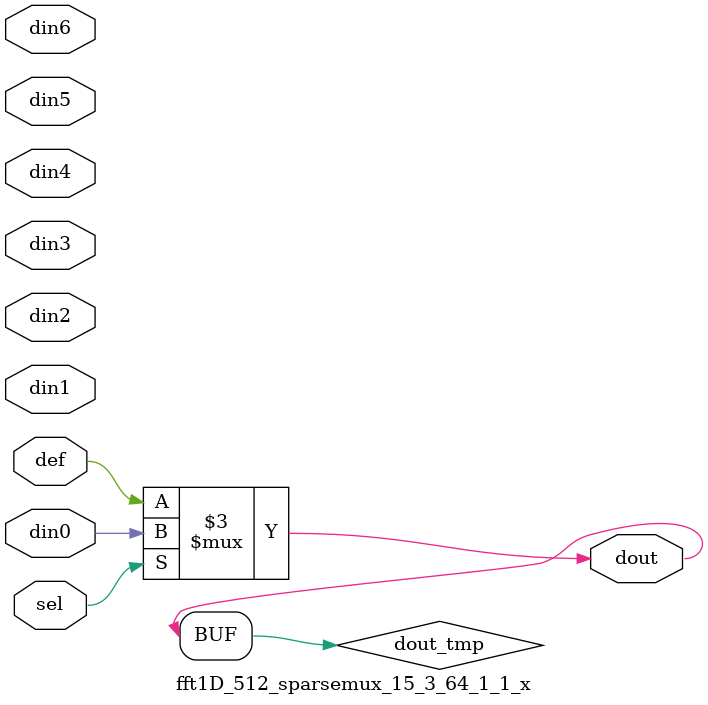
<source format=v>
module fft1D_512_sparsemux_15_3_64_1_1_x (din0,din1,din2,din3,din4,din5,din6,def,sel,dout); 
parameter din0_WIDTH = 1;
parameter din1_WIDTH = 1;
parameter din2_WIDTH = 1;
parameter din3_WIDTH = 1;
parameter din4_WIDTH = 1;
parameter din5_WIDTH = 1;
parameter din6_WIDTH = 1;
parameter def_WIDTH = 1;
parameter sel_WIDTH = 1;
parameter dout_WIDTH = 1;
parameter [sel_WIDTH-1:0] CASE0 = 1;
parameter [sel_WIDTH-1:0] CASE1 = 1;
parameter [sel_WIDTH-1:0] CASE2 = 1;
parameter [sel_WIDTH-1:0] CASE3 = 1;
parameter [sel_WIDTH-1:0] CASE4 = 1;
parameter [sel_WIDTH-1:0] CASE5 = 1;
parameter [sel_WIDTH-1:0] CASE6 = 1;
parameter ID = 1;
parameter NUM_STAGE = 1;
input [din0_WIDTH-1:0] din0;
input [din1_WIDTH-1:0] din1;
input [din2_WIDTH-1:0] din2;
input [din3_WIDTH-1:0] din3;
input [din4_WIDTH-1:0] din4;
input [din5_WIDTH-1:0] din5;
input [din6_WIDTH-1:0] din6;
input [def_WIDTH-1:0] def;
input [sel_WIDTH-1:0] sel;
output [dout_WIDTH-1:0] dout;
reg [dout_WIDTH-1:0] dout_tmp;
always @ (*) begin
(* parallel_case *) case (sel)
    CASE0 : dout_tmp = din0;
    CASE1 : dout_tmp = din1;
    CASE2 : dout_tmp = din2;
    CASE3 : dout_tmp = din3;
    CASE4 : dout_tmp = din4;
    CASE5 : dout_tmp = din5;
    CASE6 : dout_tmp = din6;
    default : dout_tmp = def;
endcase
end
assign dout = dout_tmp;
endmodule
</source>
